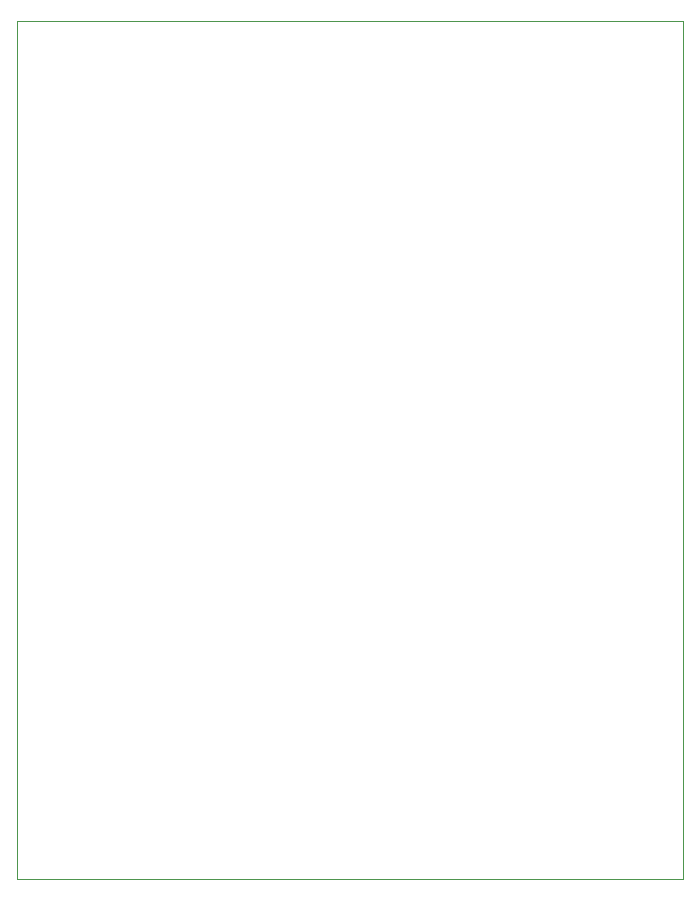
<source format=gm1>
G04 #@! TF.GenerationSoftware,KiCad,Pcbnew,9.0.1*
G04 #@! TF.CreationDate,2025-07-29T22:47:00+03:00*
G04 #@! TF.ProjectId,Ras pi hat,52617320-7069-4206-9861-742e6b696361,rev?*
G04 #@! TF.SameCoordinates,Original*
G04 #@! TF.FileFunction,Profile,NP*
%FSLAX46Y46*%
G04 Gerber Fmt 4.6, Leading zero omitted, Abs format (unit mm)*
G04 Created by KiCad (PCBNEW 9.0.1) date 2025-07-29 22:47:00*
%MOMM*%
%LPD*%
G01*
G04 APERTURE LIST*
G04 #@! TA.AperFunction,Profile*
%ADD10C,0.050000*%
G04 #@! TD*
G04 APERTURE END LIST*
D10*
X152908000Y-48006000D02*
X209296000Y-48006000D01*
X209296000Y-120650000D01*
X152908000Y-120650000D01*
X152908000Y-48006000D01*
M02*

</source>
